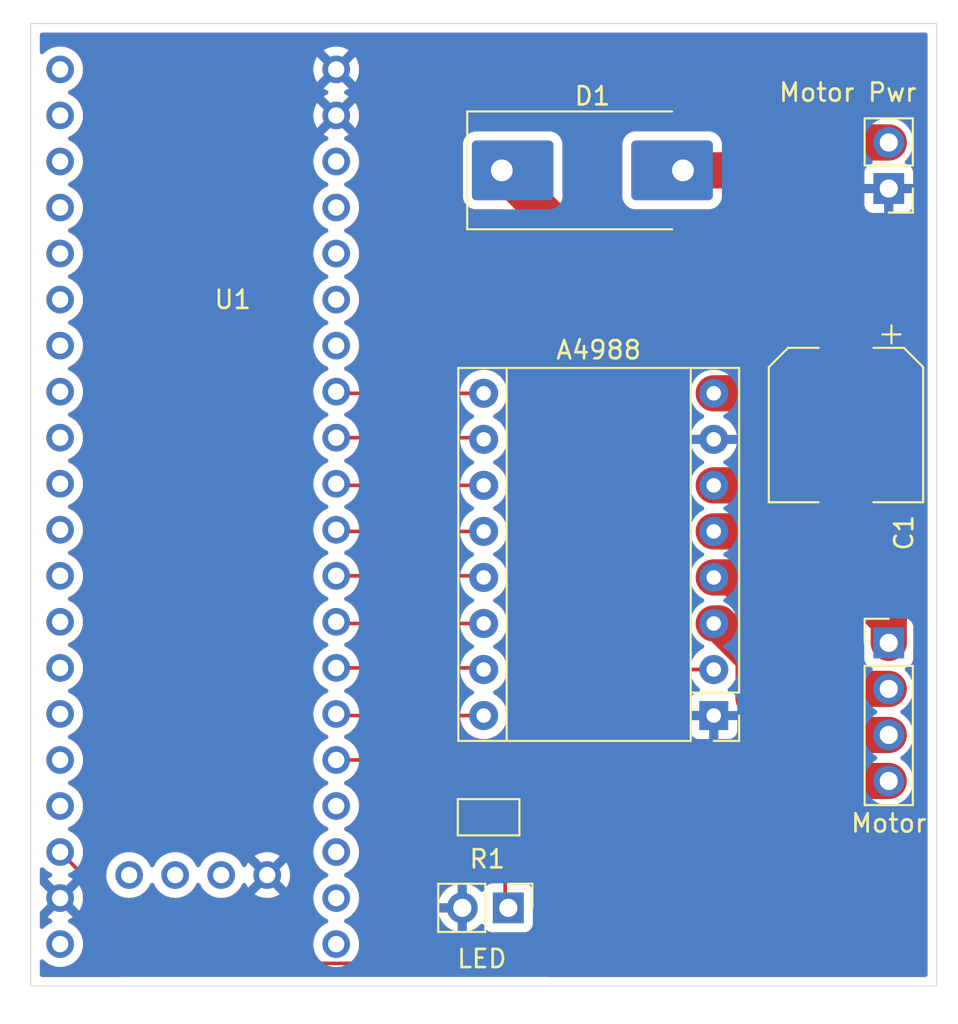
<source format=kicad_pcb>
(kicad_pcb (version 20240108) (generator "pcbnew") (generator_version "8.0")
  (layers (0 "F.Cu" signal) (31 "B.Cu" signal) (34 "B.Paste" user) (35 "F.Paste" user) (36 "B.SilkS" user "B.Silkscreen") (37 "F.SilkS" user "F.Silkscreen") (38 "B.Mask" user) (39 "F.Mask" user) (44 "Edge.Cuts" user))
  (net 0 "")
  (net 1 "Net-(R1-Pad2)")
  (net 2 "Net-(J3-Pin_1)")
  (net 3 "+5V")
  (net 4 "Vdrive")
  (net 5 "Net-(A1-MS1)")
  (net 6 "Net-(A1-DIR)")
  (net 7 "Net-(A1-~{ENABLE})")
  (net 8 "Net-(A1-STEP)")
  (net 9 "GND")
  (net 10 "Net-(A1-2A)")
  (net 11 "Net-(A1-~{RESET})")
  (net 12 "Net-(A1-1B)")
  (net 13 "Net-(A1-MS3)")
  (net 14 "Net-(A1-MS2)")
  (net 15 "Net-(A1-2B)")
  (net 16 "Net-(A1-1A)")
  (net 17 "Net-(A1-~{SLEEP})")
  (net 18 "Net-(D1-A)")
  (footprint "Capacitor_SMD:CP_Elec_8x6.2" (layer "F.Cu") (at 165 95.05 -90)
    (property "Reference" "C1" (at 5.95 -3.2 90) (layer "F.SilkS"))
    (property "Value" "220uF" (hide yes))
    (fp_line (start -3.195563 4.26) (end 4.26 4.26) (stroke (width 0.12)) (layer "F.SilkS"))
    (fp_line (start 4.26 4.26) (end 4.26 1.51) (stroke (width 0.12)) (layer "F.SilkS"))
    (fp_line (start -4.26 3.195563) (end -3.195563 4.26) (stroke (width 0.12)) (layer "F.SilkS"))
    (fp_line (start -4.26 3.195563) (end -4.26 1.51) (stroke (width 0.12)) (layer "F.SilkS"))
    (fp_line (start -5.5 -2.51) (end -4.5 -2.51) (stroke (width 0.12)) (layer "F.SilkS"))
    (fp_line (start -5 -3.01) (end -5 -2.01) (stroke (width 0.12)) (layer "F.SilkS"))
    (fp_line (start -4.26 -3.195563) (end -4.26 -1.51) (stroke (width 0.12)) (layer "F.SilkS"))
    (fp_line (start -4.26 -3.195563) (end -3.195563 -4.26) (stroke (width 0.12)) (layer "F.SilkS"))
    (fp_line (start -3.195563 -4.26) (end 4.26 -4.26) (stroke (width 0.12)) (layer "F.SilkS"))
    (fp_line (start 4.26 -4.26) (end 4.26 -1.51) (stroke (width 0.12)) (layer "F.SilkS"))
    (pad "1" smd roundrect (at -3.05 0 270) (size 4 2.5) (layers "F.Cu" "F.Paste" "F.Mask") (roundrect_rratio 0.1) (net 4 "Vdrive"))
    (pad "2" smd roundrect (at 3.05 0 270) (size 4 2.5) (layers "F.Cu" "F.Paste" "F.Mask") (roundrect_rratio 0.1) (net 9 "GND"))
  )
  (footprint "Connector_PinHeader_2.54mm:PinHeader_1x04_P2.54mm_Vertical" (layer "F.Cu") (at 167.36 107.07)
    (property "Reference" "J1" (hide yes))
    (property "Value" "Motor" (at 0 9.95 0) (layer "F.SilkS"))
    (fp_line (start -1.33 -1.33) (end 0 -1.33) (stroke (width 0.12)) (layer "F.SilkS"))
    (fp_line (start -1.33 0) (end -1.33 -1.33) (stroke (width 0.12)) (layer "F.SilkS"))
    (fp_line (start -1.33 1.27) (end -1.33 8.95) (stroke (width 0.12)) (layer "F.SilkS"))
    (fp_line (start -1.33 1.27) (end 1.33 1.27) (stroke (width 0.12)) (layer "F.SilkS"))
    (fp_line (start -1.33 8.95) (end 1.33 8.95) (stroke (width 0.12)) (layer "F.SilkS"))
    (fp_line (start 1.33 1.27) (end 1.33 8.95) (stroke (width 0.12)) (layer "F.SilkS"))
    (pad "1" thru_hole rect (at 0 0) (size 1.7 1.7) (drill 1) (layers "*.Cu" "*.Mask") (net 15 "Net-(A1-2B)"))
    (pad "2" thru_hole oval (at 0 2.54) (size 1.7 1.7) (drill 1) (layers "*.Cu" "*.Mask") (net 10 "Net-(A1-2A)"))
    (pad "3" thru_hole oval (at 0 5.08) (size 1.7 1.7) (drill 1) (layers "*.Cu" "*.Mask") (net 16 "Net-(A1-1A)"))
    (pad "4" thru_hole oval (at 0 7.62) (size 1.7 1.7) (drill 1) (layers "*.Cu" "*.Mask") (net 12 "Net-(A1-1B)"))
  )
  (footprint "Module:Pololu_Breakout-16_15.2x20.3mm" (layer "F.Cu") (at 157.7 111.08 180)
    (property "Reference" "A1" (hide yes))
    (property "Value" "A4988" (at 6.35 20.17 0) (layer "F.SilkS"))
    (fp_line (start 14.1 19.18) (end 14.1 -1.4) (stroke (width 0.12)) (layer "F.SilkS"))
    (fp_line (start 14.1 -1.4) (end 1.27 -1.4) (stroke (width 0.12)) (layer "F.SilkS"))
    (fp_line (start 11.43 -1.4) (end 11.43 19.18) (stroke (width 0.12)) (layer "F.SilkS"))
    (fp_line (start 1.27 1.27) (end 1.27 19.18) (stroke (width 0.12)) (layer "F.SilkS"))
    (fp_line (start 1.27 1.27) (end -1.4 1.27) (stroke (width 0.12)) (layer "F.SilkS"))
    (fp_line (start 1.27 -1.4) (end 1.27 1.27) (stroke (width 0.12)) (layer "F.SilkS"))
    (fp_line (start 0 -1.4) (end -1.4 -1.4) (stroke (width 0.12)) (layer "F.SilkS"))
    (fp_line (start -1.4 19.18) (end 14.1 19.18) (stroke (width 0.12)) (layer "F.SilkS"))
    (fp_line (start -1.4 1.27) (end -1.4 19.18) (stroke (width 0.12)) (layer "F.SilkS"))
    (fp_line (start -1.4 -1.4) (end -1.4 0) (stroke (width 0.12)) (layer "F.SilkS"))
    (pad "1" thru_hole rect (at 0 0 180) (size 1.6 1.6) (drill 0.8) (layers "*.Cu" "*.Mask") (net 9 "GND"))
    (pad "2" thru_hole oval (at 0 2.54 180) (size 1.6 1.6) (drill 0.8) (layers "*.Cu" "*.Mask") (net 3 "+5V"))
    (pad "3" thru_hole oval (at 0 5.08 180) (size 1.6 1.6) (drill 0.8) (layers "*.Cu" "*.Mask") (net 12 "Net-(A1-1B)"))
    (pad "4" thru_hole oval (at 0 7.62 180) (size 1.6 1.6) (drill 0.8) (layers "*.Cu" "*.Mask") (net 16 "Net-(A1-1A)"))
    (pad "5" thru_hole oval (at 0 10.16 180) (size 1.6 1.6) (drill 0.8) (layers "*.Cu" "*.Mask") (net 10 "Net-(A1-2A)"))
    (pad "6" thru_hole oval (at 0 12.7 180) (size 1.6 1.6) (drill 0.8) (layers "*.Cu" "*.Mask") (net 15 "Net-(A1-2B)"))
    (pad "7" thru_hole oval (at 0 15.24 180) (size 1.6 1.6) (drill 0.8) (layers "*.Cu" "*.Mask") (net 9 "GND"))
    (pad "8" thru_hole oval (at 0 17.78 180) (size 1.6 1.6) (drill 0.8) (layers "*.Cu" "*.Mask") (net 4 "Vdrive"))
    (pad "9" thru_hole oval (at 12.7 17.78 180) (size 1.6 1.6) (drill 0.8) (layers "*.Cu" "*.Mask") (net 7 "Net-(A1-~{ENABLE})"))
    (pad "10" thru_hole oval (at 12.7 15.24 180) (size 1.6 1.6) (drill 0.8) (layers "*.Cu" "*.Mask") (net 5 "Net-(A1-MS1)"))
    (pad "11" thru_hole oval (at 12.7 12.7 180) (size 1.6 1.6) (drill 0.8) (layers "*.Cu" "*.Mask") (net 14 "Net-(A1-MS2)"))
    (pad "12" thru_hole oval (at 12.7 10.16 180) (size 1.6 1.6) (drill 0.8) (layers "*.Cu" "*.Mask") (net 13 "Net-(A1-MS3)"))
    (pad "13" thru_hole oval (at 12.7 7.62 180) (size 1.6 1.6) (drill 0.8) (layers "*.Cu" "*.Mask") (net 11 "Net-(A1-~{RESET})"))
    (pad "14" thru_hole oval (at 12.7 5.08 180) (size 1.6 1.6) (drill 0.8) (layers "*.Cu" "*.Mask") (net 17 "Net-(A1-~{SLEEP})"))
    (pad "15" thru_hole oval (at 12.7 2.54 180) (size 1.6 1.6) (drill 0.8) (layers "*.Cu" "*.Mask") (net 8 "Net-(A1-STEP)"))
    (pad "16" thru_hole oval (at 12.7 0 180) (size 1.6 1.6) (drill 0.8) (layers "*.Cu" "*.Mask") (net 6 "Net-(A1-DIR)"))
  )
  (footprint "PCM_Resistor_SMD_AKL:R_0805_2012Metric" (layer "F.Cu") (at 145.2725 116.69 180)
    (property "Reference" "R1" (at 0.0725 -2.31 360) (layer "F.SilkS"))
    (property "Value" "220" (hide yes))
    (fp_line (start 1.7 1) (end 1.7 -1) (stroke (width 0.12)) (layer "F.SilkS"))
    (fp_line (start 1.7 -1) (end -1.7 -1) (stroke (width 0.12)) (layer "F.SilkS"))
    (fp_line (start -1.7 1) (end 1.7 1) (stroke (width 0.12)) (layer "F.SilkS"))
    (fp_line (start -1.7 -1) (end -1.7 1) (stroke (width 0.12)) (layer "F.SilkS"))
    (pad "1" smd roundrect (at -0.9125 0 180) (size 1.025 1.4) (layers "F.Cu" "F.Paste" "F.Mask") (roundrect_rratio 0.243902) (net 2 "Net-(J3-Pin_1)"))
    (pad "2" smd roundrect (at 0.9125 0 180) (size 1.025 1.4) (layers "F.Cu" "F.Paste" "F.Mask") (roundrect_rratio 0.243902) (net 1 "Net-(R1-Pad2)"))
  )
  (footprint "Connector_PinHeader_2.54mm:PinHeader_1x02_P2.54mm_Vertical" (layer "F.Cu") (at 167.36 82 180)
    (property "Reference" "J2" (hide yes))
    (property "Value" "Motor Pwr" (at 2.26 5.3 360) (layer "F.SilkS"))
    (fp_line (start 1.33 1.27) (end 1.33 3.87) (stroke (width 0.12)) (layer "F.SilkS"))
    (fp_line (start -1.33 3.87) (end 1.33 3.87) (stroke (width 0.12)) (layer "F.SilkS"))
    (fp_line (start -1.33 1.27) (end 1.33 1.27) (stroke (width 0.12)) (layer "F.SilkS"))
    (fp_line (start -1.33 1.27) (end -1.33 3.87) (stroke (width 0.12)) (layer "F.SilkS"))
    (fp_line (start -1.33 0) (end -1.33 -1.33) (stroke (width 0.12)) (layer "F.SilkS"))
    (fp_line (start -1.33 -1.33) (end 0 -1.33) (stroke (width 0.12)) (layer "F.SilkS"))
    (pad "1" thru_hole rect (at 0 0 180) (size 1.7 1.7) (drill 1) (layers "*.Cu" "*.Mask") (net 9 "GND"))
    (pad "2" thru_hole oval (at 0 2.54 180) (size 1.7 1.7) (drill 1) (layers "*.Cu" "*.Mask") (net 18 "Net-(D1-A)"))
  )
  (footprint "Connector_PinHeader_2.54mm:PinHeader_1x02_P2.54mm_Vertical" (layer "F.Cu") (at 146.36 121.69 -90)
    (property "Reference" "J3" (hide yes))
    (property "Value" "LED" (at 2.81 1.46 180) (layer "F.SilkS"))
    (fp_line (start -1.33 3.87) (end 1.33 3.87) (stroke (width 0.12)) (layer "F.SilkS"))
    (fp_line (start -1.33 1.27) (end -1.33 3.87) (stroke (width 0.12)) (layer "F.SilkS"))
    (fp_line (start -1.33 1.27) (end 1.33 1.27) (stroke (width 0.12)) (layer "F.SilkS"))
    (fp_line (start 1.33 1.27) (end 1.33 3.87) (stroke (width 0.12)) (layer "F.SilkS"))
    (fp_line (start -1.33 0) (end -1.33 -1.33) (stroke (width 0.12)) (layer "F.SilkS"))
    (fp_line (start -1.33 -1.33) (end 0 -1.33) (stroke (width 0.12)) (layer "F.SilkS"))
    (pad "1" thru_hole rect (at 0 0 270) (size 1.7 1.7) (drill 1) (layers "*.Cu" "*.Mask") (net 2 "Net-(J3-Pin_1)"))
    (pad "2" thru_hole oval (at 0 2.54 270) (size 1.7 1.7) (drill 1) (layers "*.Cu" "*.Mask") (net 9 "GND"))
  )
  (footprint "blue-pill-kicad:blue_pill" (layer "F.Cu") (at 131.145 96.385)
    (property "Reference" "U1" (at 0 -8.255 0) (layer "F.SilkS"))
    (property "Value" "BP" (hide yes))
    (pad "3V3" thru_hole circle (at -9.525 27.305) (size 1.524 1.524) (drill 0.9) (layers "*.Cu" "*.Mask"))
    (pad "3V3" thru_hole circle (at -5.715 23.495) (size 1.524 1.524) (drill 0.9) (layers "*.Cu" "*.Mask"))
    (pad "3V3" thru_hole circle (at 5.715 -15.875) (size 1.524 1.524) (drill 0.9) (layers "*.Cu" "*.Mask"))
    (pad "5V" thru_hole circle (at -9.525 22.225) (size 1.524 1.524) (drill 0.9) (layers "*.Cu" "*.Mask") (net 3 "+5V"))
    (pad "G" thru_hole circle (at -9.525 24.765) (size 1.524 1.524) (drill 0.9) (layers "*.Cu" "*.Mask") (net 9 "GND"))
    (pad "G" thru_hole circle (at 1.905 23.495) (size 1.524 1.524) (drill 0.9) (layers "*.Cu" "*.Mask") (net 9 "GND"))
    (pad "G" thru_hole circle (at 5.715 -20.955) (size 1.524 1.524) (drill 0.9) (layers "*.Cu" "*.Mask") (net 9 "GND"))
    (pad "G" thru_hole circle (at 5.715 -18.415) (size 1.524 1.524) (drill 0.9) (layers "*.Cu" "*.Mask") (net 9 "GND"))
    (pad "NRST" thru_hole circle (at 5.715 -13.335) (size 1.524 1.524) (drill 0.9) (layers "*.Cu" "*.Mask"))
    (pad "PA0" thru_hole circle (at 5.715 17.145) (size 1.524 1.524) (drill 0.9) (layers "*.Cu" "*.Mask") (net 1 "Net-(R1-Pad2)"))
    (pad "PA1" thru_hole circle (at 5.715 14.605) (size 1.524 1.524) (drill 0.9) (layers "*.Cu" "*.Mask") (net 6 "Net-(A1-DIR)"))
    (pad "PA2" thru_hole circle (at 5.715 12.065) (size 1.524 1.524) (drill 0.9) (layers "*.Cu" "*.Mask") (net 8 "Net-(A1-STEP)"))
    (pad "PA3" thru_hole circle (at 5.715 9.525) (size 1.524 1.524) (drill 0.9) (layers "*.Cu" "*.Mask") (net 17 "Net-(A1-~{SLEEP})"))
    (pad "PA4" thru_hole circle (at 5.715 6.985) (size 1.524 1.524) (drill 0.9) (layers "*.Cu" "*.Mask") (net 11 "Net-(A1-~{RESET})"))
    (pad "PA5" thru_hole circle (at 5.715 4.445) (size 1.524 1.524) (drill 0.9) (layers "*.Cu" "*.Mask") (net 13 "Net-(A1-MS3)"))
    (pad "PA6" thru_hole circle (at 5.715 1.905) (size 1.524 1.524) (drill 0.9) (layers "*.Cu" "*.Mask") (net 14 "Net-(A1-MS2)"))
    (pad "PA7" thru_hole circle (at 5.715 -0.635) (size 1.524 1.524) (drill 0.9) (layers "*.Cu" "*.Mask") (net 5 "Net-(A1-MS1)"))
    (pad "PA8" thru_hole circle (at -9.525 -10.795) (size 1.524 1.524) (drill 0.9) (layers "*.Cu" "*.Mask"))
    (pad "PA9" thru_hole circle (at -9.525 -8.255) (size 1.524 1.524) (drill 0.9) (layers "*.Cu" "*.Mask"))
    (pad "PA10" thru_hole circle (at -9.525 -5.715) (size 1.524 1.524) (drill 0.9) (layers "*.Cu" "*.Mask"))
    (pad "PA11" thru_hole circle (at -9.525 -3.175) (size 1.524 1.524) (drill 0.9) (layers "*.Cu" "*.Mask"))
    (pad "PA12" thru_hole circle (at -9.525 -0.635) (size 1.524 1.524) (drill 0.9) (layers "*.Cu" "*.Mask"))
    (pad "PA15" thru_hole circle (at -9.525 1.905) (size 1.524 1.524) (drill 0.9) (layers "*.Cu" "*.Mask"))
    (pad "PB0" thru_hole circle (at 5.715 -3.175) (size 1.524 1.524) (drill 0.9) (layers "*.Cu" "*.Mask") (net 7 "Net-(A1-~{ENABLE})"))
    (pad "PB1" thru_hole circle (at 5.715 -5.715) (size 1.524 1.524) (drill 0.9) (layers "*.Cu" "*.Mask"))
    (pad "PB3" thru_hole circle (at -9.525 4.445) (size 1.524 1.524) (drill 0.9) (layers "*.Cu" "*.Mask"))
    (pad "PB4" thru_hole circle (at -9.525 6.985) (size 1.524 1.524) (drill 0.9) (layers "*.Cu" "*.Mask"))
    (pad "PB5" thru_hole circle (at -9.525 9.525) (size 1.524 1.524) (drill 0.9) (layers "*.Cu" "*.Mask"))
    (pad "PB6" thru_hole circle (at -9.525 12.065) (size 1.524 1.524) (drill 0.9) (layers "*.Cu" "*.Mask"))
    (pad "PB7" thru_hole circle (at -9.525 14.605) (size 1.524 1.524) (drill 0.9) (layers "*.Cu" "*.Mask"))
    (pad "PB8" thru_hole circle (at -9.525 17.145) (size 1.524 1.524) (drill 0.9) (layers "*.Cu" "*.Mask"))
    (pad "PB9" thru_hole circle (at -9.525 19.685) (size 1.524 1.524) (drill 0.9) (layers "*.Cu" "*.Mask"))
    (pad "PB10" thru_hole circle (at 5.715 -8.255) (size 1.524 1.524) (drill 0.9) (layers "*.Cu" "*.Mask"))
    (pad "PB11" thru_hole circle (at 5.715 -10.795) (size 1.524 1.524) (drill 0.9) (layers "*.Cu" "*.Mask"))
    (pad "PB12" thru_hole circle (at -9.525 -20.955) (size 1.524 1.524) (drill 0.9) (layers "*.Cu" "*.Mask"))
    (pad "PB13" thru_hole circle (at -9.525 -18.415) (size 1.524 1.524) (drill 0.9) (layers "*.Cu" "*.Mask"))
    (pad "PB14" thru_hole circle (at -9.525 -15.875) (size 1.524 1.524) (drill 0.9) (layers "*.Cu" "*.Mask"))
    (pad "PB15" thru_hole circle (at -9.525 -13.335) (size 1.524 1.524) (drill 0.9) (layers "*.Cu" "*.Mask"))
    (pad "PC13" thru_hole circle (at 5.715 24.765) (size 1.524 1.524) (drill 0.9) (layers "*.Cu" "*.Mask"))
    (pad "PC14" thru_hole circle (at 5.715 22.225) (size 1.524 1.524) (drill 0.9) (layers "*.Cu" "*.Mask"))
    (pad "PC15" thru_hole circle (at 5.715 19.685) (size 1.524 1.524) (drill 0.9) (layers "*.Cu" "*.Mask"))
    (pad "SWCLK" thru_hole circle (at -0.635 23.495) (size 1.524 1.524) (drill 0.9) (layers "*.Cu" "*.Mask"))
    (pad "SWO" thru_hole circle (at -3.175 23.495) (size 1.524 1.524) (drill 0.9) (layers "*.Cu" "*.Mask"))
    (pad "VBAT" thru_hole circle (at 5.715 27.305) (size 1.524 1.524) (drill 0.9) (layers "*.Cu" "*.Mask"))
  )
  (footprint "Diode_SMD:D_SMC-RM10_Universal_Handsoldering" (layer "F.Cu") (at 151 81)
    (property "Reference" "D1" (at 0 -4.1 360) (layer "F.SilkS"))
    (property "Value" "D" (hide yes))
    (fp_line (start -6.91 -3.25) (end 4.4 -3.25) (stroke (width 0.12)) (layer "F.SilkS"))
    (fp_line (start -6.91 3.25) (end -6.91 -3.25) (stroke (width 0.12)) (layer "F.SilkS"))
    (fp_line (start -6.91 3.25) (end 4.4 3.25) (stroke (width 0.12)) (layer "F.SilkS"))
    (pad "1" thru_hole roundrect (at -5 0) (size 4.5 3.3) (drill 1.2 (offset 0.6 0)) (layers "*.Cu" "*.Mask") (roundrect_rratio 0.0757575758) (net 4 "Vdrive"))
    (pad "2" thru_hole roundrect (at 5 0 180) (size 4.5 3.3) (drill 1.2 (offset 0.6 0)) (layers "*.Cu" "*.Mask") (roundrect_rratio 0.0757575758) (net 18 "Net-(D1-A)"))
  )
  (gr_line (start 120 72.9) (end 170 72.9) (stroke (width 0.05)) (layer "Edge.Cuts"))
  (gr_line (start 170 74) (end 170 124) (stroke (width 0.05)) (layer "Edge.Cuts"))
  (gr_line (start 170 72.9) (end 170 74) (stroke (width 0.05)) (layer "Edge.Cuts"))
  (gr_line (start 120 126) (end 120 74) (stroke (width 0.05)) (layer "Edge.Cuts"))
  (gr_line (start 170 124) (end 170 126) (stroke (width 0.05)) (layer "Edge.Cuts"))
  (gr_line (start 170 126) (end 120 126) (stroke (width 0.05)) (layer "Edge.Cuts"))
  (gr_line (start 120 72.9) (end 120 74) (stroke (width 0.05)) (layer "Edge.Cuts"))
  (segment (start 144.36 115.36) (end 142.5 113.5) (width 0.2) (layer "F.Cu") (net 1))
  (segment (start 142.5 113.5) (end 142.47 113.53) (width 0.2) (layer "F.Cu") (net 1))
  (segment (start 144.36 116.69) (end 144.36 115.36) (width 0.2) (layer "F.Cu") (net 1))
  (segment (start 142.47 113.53) (end 136.86 113.53) (width 0.2) (layer "F.Cu") (net 1))
  (segment (start 146.185 116.69) (end 146.185 121.515) (width 0.2) (layer "F.Cu") (net 2))
  (segment (start 146.185 121.515) (end 146.36 121.69) (width 0.2) (layer "F.Cu") (net 2))
  (segment (start 121.62 118.61) (end 124.5 121.49) (width 0.2) (layer "F.Cu") (net 3))
  (segment (start 152 121) (end 152 110.5) (width 0.2) (layer "F.Cu") (net 3))
  (segment (start 124.5 124) (end 125.252 124.752) (width 0.2) (layer "F.Cu") (net 3))
  (segment (start 125.252 124.752) (end 148.248 124.752) (width 0.2) (layer "F.Cu") (net 3))
  (segment (start 148.248 124.752) (end 152 121) (width 0.2) (layer "F.Cu") (net 3))
  (segment (start 152 110.5) (end 153.96 108.54) (width 0.2) (layer "F.Cu") (net 3))
  (segment (start 153.96 108.54) (end 157.7 108.54) (width 0.2) (layer "F.Cu") (net 3))
  (segment (start 124.5 121.49) (end 124.5 124) (width 0.2) (layer "F.Cu") (net 3))
  (segment (start 165 87.5) (end 165 92) (width 2) (layer "F.Cu") (net 4))
  (segment (start 163 85.5) (end 165 87.5) (width 2) (layer "F.Cu") (net 4))
  (segment (start 146 81) (end 150.5 85.5) (width 2) (layer "F.Cu") (net 4))
  (segment (start 163.7 93.3) (end 157.7 93.3) (width 2) (layer "F.Cu") (net 4))
  (segment (start 165 92) (end 163.7 93.3) (width 0.2) (layer "F.Cu") (net 4))
  (segment (start 150.5 85.5) (end 163 85.5) (width 2) (layer "F.Cu") (net 4))
  (segment (start 136.86 95.75) (end 144.91 95.75) (width 0.2) (layer "F.Cu") (net 5))
  (segment (start 144.91 95.75) (end 145 95.84) (width 0.2) (layer "F.Cu") (net 5))
  (segment (start 145 111.08) (end 136.95 111.08) (width 0.2) (layer "F.Cu") (net 6))
  (segment (start 136.95 111.08) (end 136.86 110.99) (width 0.2) (layer "F.Cu") (net 6))
  (segment (start 145 93.3) (end 136.95 93.3) (width 0.2) (layer "F.Cu") (net 7))
  (segment (start 136.95 93.3) (end 136.86 93.21) (width 0.2) (layer "F.Cu") (net 7))
  (segment (start 136.86 108.45) (end 144.91 108.45) (width 0.2) (layer "F.Cu") (net 8))
  (segment (start 144.91 108.45) (end 145 108.54) (width 0.2) (layer "F.Cu") (net 8))
  (segment (start 164.3 108.3) (end 165.61 109.61) (width 2) (layer "F.Cu") (net 10))
  (segment (start 157.7 100.92) (end 159.30873 100.92) (width 2) (layer "F.Cu") (net 10))
  (segment (start 165.61 109.61) (end 167.36 109.61) (width 2) (layer "F.Cu") (net 10))
  (segment (start 159.30873 100.92) (end 164.3 105.91127) (width 2) (layer "F.Cu") (net 10))
  (segment (start 164.3 105.91127) (end 164.3 108.3) (width 2) (layer "F.Cu") (net 10))
  (segment (start 144.91 103.37) (end 145 103.46) (width 0.2) (layer "F.Cu") (net 11))
  (segment (start 136.86 103.37) (end 144.91 103.37) (width 0.2) (layer "F.Cu") (net 11))
  (segment (start 157.7 106) (end 157.988428 106) (width 2) (layer "F.Cu") (net 12))
  (segment (start 164.46746 114.69) (end 167.36 114.69) (width 2) (layer "F.Cu") (net 12))
  (segment (start 159.9 110.12254) (end 164.46746 114.69) (width 2) (layer "F.Cu") (net 12))
  (segment (start 157.988428 106) (end 159.9 107.911572) (width 2) (layer "F.Cu") (net 12))
  (segment (start 159.9 107.911572) (end 159.9 110.12254) (width 2) (layer "F.Cu") (net 12))
  (segment (start 136.95 100.92) (end 136.86 100.83) (width 0.2) (layer "F.Cu") (net 13))
  (segment (start 145 100.92) (end 136.95 100.92) (width 0.2) (layer "F.Cu") (net 13))
  (segment (start 145 98.38) (end 136.95 98.38) (width 0.2) (layer "F.Cu") (net 14))
  (segment (start 136.95 98.38) (end 136.86 98.29) (width 0.2) (layer "F.Cu") (net 14))
  (segment (start 157.7 98.38) (end 159.88 98.38) (width 2) (layer "F.Cu") (net 15))
  (segment (start 167.36 105.86) (end 167.36 107.07) (width 2) (layer "F.Cu") (net 15))
  (segment (start 159.88 98.38) (end 167.36 105.86) (width 2) (layer "F.Cu") (net 15))
  (segment (start 165.03873 112.15) (end 167.36 112.15) (width 2) (layer "F.Cu") (net 16))
  (segment (start 157.7 103.46) (end 158.73746 103.46) (width 2) (layer "F.Cu") (net 16))
  (segment (start 162.1 109.21127) (end 165.03873 112.15) (width 2) (layer "F.Cu") (net 16))
  (segment (start 158.73746 103.46) (end 162.1 106.82254) (width 2) (layer "F.Cu") (net 16))
  (segment (start 162.1 106.82254) (end 162.1 109.21127) (width 2) (layer "F.Cu") (net 16))
  (segment (start 136.95 106) (end 136.86 105.91) (width 0.2) (layer "F.Cu") (net 17))
  (segment (start 145 106) (end 136.95 106) (width 0.2) (layer "F.Cu") (net 17))
  (segment (start 167.36 79.46) (end 162.04 79.46) (width 2) (layer "F.Cu") (net 18))
  (segment (start 160.5 81) (end 156 81) (width 2) (layer "F.Cu") (net 18))
  (segment (start 162.04 79.46) (end 160.5 81) (width 2) (layer "F.Cu") (net 18))
  (zone (net 9) (net_name "GND") (layers "F&B.Cu") (connect_pads (clearance 0.5)) (min_thickness 0.25) (fill yes (thermal_gap 0.5) (thermal_bridge_width 0.5))
    (polygon (pts (xy 119.1 71.6) (xy 171.2 71.8) (xy 170.6 128.1) (xy 118.3 127.9) (xy 119.2 71.6)))
  )
)
</source>
